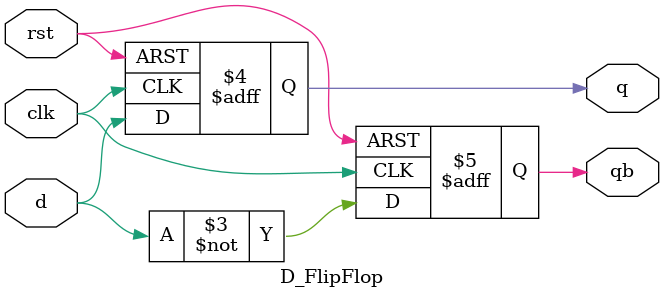
<source format=v>
`timescale 1ns / 1ps


module D_FlipFlop(d, rst, clk, q, qb);
input d, rst, clk;
output reg q, qb;
always @(posedge(clk) or negedge(rst))
begin
    if(!rst)
    begin
        q = 0;
        qb = 1;
    end
    else
    begin
        q = d;
        qb = ~d;
    end
end
endmodule

</source>
